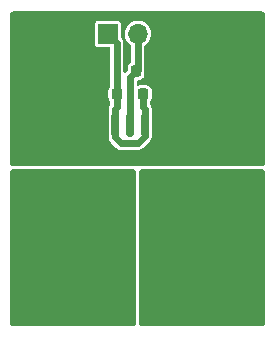
<source format=gbr>
%TF.GenerationSoftware,KiCad,Pcbnew,6.0.2+dfsg-1*%
%TF.CreationDate,2023-01-15T14:48:08-05:00*%
%TF.ProjectId,MLX91221-test,4d4c5839-3132-4323-912d-746573742e6b,rev?*%
%TF.SameCoordinates,Original*%
%TF.FileFunction,Copper,L1,Top*%
%TF.FilePolarity,Positive*%
%FSLAX46Y46*%
G04 Gerber Fmt 4.6, Leading zero omitted, Abs format (unit mm)*
G04 Created by KiCad (PCBNEW 6.0.2+dfsg-1) date 2023-01-15 14:48:08*
%MOMM*%
%LPD*%
G01*
G04 APERTURE LIST*
G04 Aperture macros list*
%AMRoundRect*
0 Rectangle with rounded corners*
0 $1 Rounding radius*
0 $2 $3 $4 $5 $6 $7 $8 $9 X,Y pos of 4 corners*
0 Add a 4 corners polygon primitive as box body*
4,1,4,$2,$3,$4,$5,$6,$7,$8,$9,$2,$3,0*
0 Add four circle primitives for the rounded corners*
1,1,$1+$1,$2,$3*
1,1,$1+$1,$4,$5*
1,1,$1+$1,$6,$7*
1,1,$1+$1,$8,$9*
0 Add four rect primitives between the rounded corners*
20,1,$1+$1,$2,$3,$4,$5,0*
20,1,$1+$1,$4,$5,$6,$7,0*
20,1,$1+$1,$6,$7,$8,$9,0*
20,1,$1+$1,$8,$9,$2,$3,0*%
G04 Aperture macros list end*
%TA.AperFunction,ComponentPad*%
%ADD10C,2.100000*%
%TD*%
%TA.AperFunction,SMDPad,CuDef*%
%ADD11RoundRect,0.225000X0.225000X0.250000X-0.225000X0.250000X-0.225000X-0.250000X0.225000X-0.250000X0*%
%TD*%
%TA.AperFunction,SMDPad,CuDef*%
%ADD12RoundRect,0.225000X-0.225000X-0.250000X0.225000X-0.250000X0.225000X0.250000X-0.225000X0.250000X0*%
%TD*%
%TA.AperFunction,ComponentPad*%
%ADD13R,1.700000X1.700000*%
%TD*%
%TA.AperFunction,ComponentPad*%
%ADD14O,1.700000X1.700000*%
%TD*%
%TA.AperFunction,SMDPad,CuDef*%
%ADD15RoundRect,0.150000X0.150000X-0.825000X0.150000X0.825000X-0.150000X0.825000X-0.150000X-0.825000X0*%
%TD*%
%TA.AperFunction,ViaPad*%
%ADD16C,0.800000*%
%TD*%
%TA.AperFunction,Conductor*%
%ADD17C,0.600000*%
%TD*%
G04 APERTURE END LIST*
D10*
%TO.P,J2,1,1*%
%TO.N,IP+*%
X56413200Y-101988900D03*
X64033200Y-101988900D03*
X64033200Y-107068900D03*
X64033200Y-104528900D03*
X56413200Y-107068900D03*
X64033200Y-99448900D03*
X56413200Y-99448900D03*
X56413200Y-104528900D03*
%TD*%
D11*
%TO.P,C1,1*%
%TO.N,/3.3V*%
X64275000Y-88900000D03*
%TO.P,C1,2*%
%TO.N,GND*%
X62725000Y-88900000D03*
%TD*%
D12*
%TO.P,C2,1*%
%TO.N,/3.3V*%
X66535000Y-88900000D03*
%TO.P,C2,2*%
%TO.N,GND*%
X68085000Y-88900000D03*
%TD*%
D10*
%TO.P,J3,1,1*%
%TO.N,IP-*%
X67843200Y-99448900D03*
X75463200Y-107068900D03*
X67843200Y-107068900D03*
X67843200Y-104528900D03*
X75463200Y-104528900D03*
X75463200Y-99448900D03*
X75463200Y-101988900D03*
X67843200Y-101988900D03*
%TD*%
D13*
%TO.P,J1,1,Pin_1*%
%TO.N,/3.3V*%
X63515000Y-83820000D03*
D14*
%TO.P,J1,2,Pin_2*%
%TO.N,/VOUT*%
X66055000Y-83820000D03*
%TO.P,J1,3,Pin_3*%
%TO.N,GND*%
X68595000Y-83820000D03*
%TD*%
D12*
%TO.P,C3,1*%
%TO.N,/VOUT*%
X65900000Y-86995000D03*
%TO.P,C3,2*%
%TO.N,GND*%
X67450000Y-86995000D03*
%TD*%
D15*
%TO.P,U1,1,IP+*%
%TO.N,IP+*%
X64135000Y-96455000D03*
%TO.P,U1,2,IP+*%
X65405000Y-96455000D03*
%TO.P,U1,3,IP-*%
%TO.N,IP-*%
X66675000Y-96455000D03*
%TO.P,U1,4,IP-*%
X67945000Y-96455000D03*
%TO.P,U1,5,VSS*%
%TO.N,GND*%
X67945000Y-91505000D03*
%TO.P,U1,6,VREF*%
%TO.N,/3.3V*%
X66675000Y-91505000D03*
%TO.P,U1,7,VOUT*%
%TO.N,/VOUT*%
X65405000Y-91505000D03*
%TO.P,U1,8,VDD*%
%TO.N,/3.3V*%
X64135000Y-91505000D03*
%TD*%
D16*
%TO.N,GND*%
X73660000Y-93980000D03*
X69850000Y-93980000D03*
X59690000Y-93980000D03*
X58420000Y-93980000D03*
X62230000Y-93980000D03*
X71120000Y-93980000D03*
X72390000Y-93980000D03*
X60960000Y-93980000D03*
%TO.N,IP+*%
X60960000Y-97155000D03*
X58420000Y-95885000D03*
X58420000Y-97155000D03*
X59690000Y-95885000D03*
X62230000Y-97155000D03*
X60960000Y-95885000D03*
X59690000Y-97155000D03*
X62230000Y-95885000D03*
%TO.N,IP-*%
X72390000Y-95885000D03*
X71120000Y-97155000D03*
X72390000Y-97155000D03*
X69850000Y-97155000D03*
X73660000Y-97155000D03*
X71120000Y-95885000D03*
X73660000Y-95885000D03*
X69850000Y-95885000D03*
%TD*%
D17*
%TO.N,/3.3V*%
X66675000Y-92456000D02*
X66675000Y-91505000D01*
X64135000Y-90170000D02*
X64275000Y-90030000D01*
X64135000Y-92583000D02*
X64643000Y-93091000D01*
X64135000Y-91505000D02*
X64135000Y-90170000D01*
X66675000Y-91505000D02*
X66675000Y-90170000D01*
X66535000Y-90030000D02*
X66535000Y-88900000D01*
X64643000Y-93091000D02*
X66040000Y-93091000D01*
X66040000Y-93091000D02*
X66675000Y-92456000D01*
X64275000Y-90030000D02*
X64275000Y-88900000D01*
X64135000Y-91505000D02*
X64135000Y-92583000D01*
X63515000Y-83820000D02*
X64275000Y-84580000D01*
X64275000Y-84580000D02*
X64275000Y-88900000D01*
X66675000Y-90170000D02*
X66535000Y-90030000D01*
%TO.N,/VOUT*%
X66055000Y-86840000D02*
X65900000Y-86995000D01*
X66055000Y-83820000D02*
X66055000Y-86840000D01*
X65900000Y-86995000D02*
X65405000Y-87490000D01*
X65405000Y-87490000D02*
X65405000Y-91505000D01*
%TD*%
%TA.AperFunction,Conductor*%
%TO.N,IP-*%
G36*
X76593171Y-95252421D02*
G01*
X76653622Y-95264446D01*
X76699042Y-95283260D01*
X76739766Y-95310471D01*
X76774529Y-95345234D01*
X76801740Y-95385958D01*
X76820554Y-95431378D01*
X76832579Y-95491829D01*
X76835000Y-95516411D01*
X76835000Y-108318589D01*
X76832579Y-108343171D01*
X76820554Y-108403622D01*
X76801740Y-108449042D01*
X76774529Y-108489766D01*
X76739766Y-108524529D01*
X76699042Y-108551740D01*
X76653622Y-108570554D01*
X76593171Y-108582579D01*
X76568589Y-108585000D01*
X66433411Y-108585000D01*
X66408829Y-108582579D01*
X66348378Y-108570554D01*
X66302958Y-108551740D01*
X66262234Y-108524529D01*
X66227471Y-108489766D01*
X66200260Y-108449042D01*
X66181446Y-108403622D01*
X66169421Y-108343171D01*
X66167000Y-108318589D01*
X66167000Y-95516411D01*
X66169421Y-95491829D01*
X66181446Y-95431378D01*
X66200260Y-95385958D01*
X66227471Y-95345234D01*
X66262234Y-95310471D01*
X66302958Y-95283260D01*
X66348378Y-95264446D01*
X66408829Y-95252421D01*
X66433411Y-95250000D01*
X76568589Y-95250000D01*
X76593171Y-95252421D01*
G37*
%TD.AperFunction*%
%TD*%
%TA.AperFunction,Conductor*%
%TO.N,GND*%
G36*
X76593171Y-81917421D02*
G01*
X76653622Y-81929446D01*
X76699042Y-81948260D01*
X76739766Y-81975471D01*
X76774529Y-82010234D01*
X76801740Y-82050958D01*
X76820554Y-82096378D01*
X76832579Y-82156829D01*
X76835000Y-82181411D01*
X76835000Y-94729589D01*
X76832579Y-94754171D01*
X76820554Y-94814622D01*
X76801740Y-94860042D01*
X76774529Y-94900766D01*
X76739766Y-94935529D01*
X76699042Y-94962740D01*
X76653622Y-94981554D01*
X76593171Y-94993579D01*
X76568589Y-94996000D01*
X55511411Y-94996000D01*
X55486829Y-94993579D01*
X55426378Y-94981554D01*
X55380958Y-94962740D01*
X55340234Y-94935529D01*
X55305471Y-94900766D01*
X55278260Y-94860042D01*
X55259446Y-94814622D01*
X55247421Y-94754171D01*
X55245000Y-94729589D01*
X55245000Y-82944933D01*
X62410500Y-82944933D01*
X62410501Y-84695066D01*
X62425266Y-84769301D01*
X62481516Y-84853484D01*
X62565699Y-84909734D01*
X62639933Y-84924500D01*
X62690509Y-84924500D01*
X63594500Y-84924499D01*
X63662621Y-84944501D01*
X63709114Y-84998157D01*
X63720500Y-85050499D01*
X63720500Y-88248075D01*
X63700498Y-88316196D01*
X63695326Y-88323641D01*
X63630465Y-88410183D01*
X63630463Y-88410186D01*
X63625083Y-88417365D01*
X63576870Y-88545976D01*
X63570500Y-88604611D01*
X63570501Y-89195388D01*
X63576870Y-89254024D01*
X63625083Y-89382635D01*
X63630463Y-89389814D01*
X63630465Y-89389817D01*
X63695326Y-89476359D01*
X63720174Y-89542866D01*
X63720500Y-89551925D01*
X63720500Y-89750293D01*
X63701586Y-89816690D01*
X63680619Y-89850506D01*
X63673896Y-89860288D01*
X63647370Y-89895235D01*
X63644209Y-89903219D01*
X63641763Y-89909396D01*
X63631700Y-89929402D01*
X63628206Y-89935037D01*
X63628202Y-89935046D01*
X63623677Y-89942344D01*
X63621281Y-89950591D01*
X63611435Y-89984480D01*
X63607593Y-89995702D01*
X63591444Y-90036490D01*
X63590546Y-90045035D01*
X63589852Y-90051633D01*
X63585541Y-90073605D01*
X63581291Y-90088235D01*
X63580500Y-90099007D01*
X63580500Y-90134005D01*
X63579810Y-90147175D01*
X63575563Y-90187581D01*
X63578737Y-90206346D01*
X63580500Y-90227348D01*
X63580500Y-92567925D01*
X63580390Y-92573201D01*
X63577772Y-92635674D01*
X63579734Y-92644039D01*
X63587788Y-92678378D01*
X63589951Y-92690051D01*
X63595905Y-92733518D01*
X63599317Y-92741402D01*
X63601953Y-92747494D01*
X63608987Y-92768763D01*
X63612463Y-92783583D01*
X63633603Y-92822037D01*
X63638818Y-92832683D01*
X63652830Y-92865063D01*
X63652832Y-92865067D01*
X63656242Y-92872946D01*
X63661646Y-92879619D01*
X63661647Y-92879621D01*
X63665821Y-92884775D01*
X63678312Y-92903363D01*
X63685652Y-92916715D01*
X63692710Y-92924891D01*
X63717453Y-92949634D01*
X63726279Y-92959435D01*
X63746444Y-92984338D01*
X63746447Y-92984341D01*
X63751850Y-92991013D01*
X63758852Y-92995989D01*
X63758853Y-92995990D01*
X63767354Y-93002031D01*
X63783461Y-93015642D01*
X64240255Y-93472437D01*
X64243907Y-93476245D01*
X64286226Y-93522266D01*
X64323505Y-93545380D01*
X64333268Y-93552089D01*
X64334604Y-93553103D01*
X64361041Y-93573170D01*
X64368234Y-93578630D01*
X64381248Y-93583782D01*
X64382394Y-93584236D01*
X64402403Y-93594299D01*
X64415344Y-93602323D01*
X64439706Y-93609401D01*
X64457476Y-93614564D01*
X64468705Y-93618409D01*
X64501502Y-93631394D01*
X64501510Y-93631396D01*
X64509489Y-93634555D01*
X64524619Y-93636145D01*
X64546604Y-93640458D01*
X64561235Y-93644709D01*
X64567819Y-93645192D01*
X64567822Y-93645193D01*
X64568521Y-93645244D01*
X64572007Y-93645500D01*
X64607013Y-93645500D01*
X64620183Y-93646190D01*
X64660580Y-93650436D01*
X64669047Y-93649004D01*
X64669048Y-93649004D01*
X64679335Y-93647264D01*
X64700347Y-93645500D01*
X66024925Y-93645500D01*
X66030201Y-93645610D01*
X66092674Y-93648228D01*
X66115535Y-93642866D01*
X66135378Y-93638212D01*
X66147051Y-93636049D01*
X66162754Y-93633898D01*
X66190518Y-93630095D01*
X66204493Y-93624047D01*
X66225763Y-93617013D01*
X66232222Y-93615498D01*
X66240583Y-93613537D01*
X66279037Y-93592397D01*
X66289683Y-93587182D01*
X66322063Y-93573170D01*
X66322067Y-93573168D01*
X66329946Y-93569758D01*
X66341775Y-93560179D01*
X66360363Y-93547688D01*
X66373715Y-93540348D01*
X66379245Y-93535574D01*
X66380140Y-93534802D01*
X66380147Y-93534796D01*
X66381891Y-93533290D01*
X66406634Y-93508547D01*
X66416435Y-93499721D01*
X66441338Y-93479556D01*
X66441341Y-93479553D01*
X66448013Y-93474150D01*
X66459038Y-93458636D01*
X66472645Y-93442536D01*
X67056413Y-92858768D01*
X67060221Y-92855115D01*
X67099948Y-92818584D01*
X67099949Y-92818583D01*
X67106266Y-92812774D01*
X67124366Y-92783583D01*
X67129381Y-92775494D01*
X67136104Y-92765712D01*
X67157438Y-92737605D01*
X67162630Y-92730765D01*
X67168237Y-92716604D01*
X67178300Y-92696598D01*
X67181794Y-92690963D01*
X67181798Y-92690954D01*
X67186323Y-92683656D01*
X67198565Y-92641520D01*
X67202409Y-92630293D01*
X67203677Y-92627091D01*
X67218556Y-92589510D01*
X67220148Y-92574367D01*
X67224459Y-92552394D01*
X67226867Y-92544104D01*
X67228709Y-92537765D01*
X67229500Y-92526993D01*
X67229500Y-92491995D01*
X67230190Y-92478824D01*
X67233539Y-92446963D01*
X67234437Y-92438419D01*
X67231263Y-92419654D01*
X67229500Y-92398652D01*
X67229500Y-90185075D01*
X67229610Y-90179799D01*
X67231252Y-90140611D01*
X67232228Y-90117326D01*
X67225405Y-90088235D01*
X67222212Y-90074622D01*
X67220049Y-90062949D01*
X67215261Y-90027995D01*
X67214095Y-90019482D01*
X67208047Y-90005506D01*
X67201013Y-89984237D01*
X67199498Y-89977778D01*
X67197537Y-89969417D01*
X67176397Y-89930963D01*
X67171182Y-89920317D01*
X67157170Y-89887937D01*
X67157168Y-89887933D01*
X67153758Y-89880054D01*
X67144179Y-89868225D01*
X67131688Y-89849637D01*
X67124348Y-89836285D01*
X67120028Y-89831280D01*
X67116260Y-89825859D01*
X67117286Y-89825146D01*
X67090750Y-89766760D01*
X67089500Y-89749055D01*
X67089500Y-89551925D01*
X67109502Y-89483804D01*
X67114674Y-89476359D01*
X67179535Y-89389817D01*
X67179537Y-89389814D01*
X67184917Y-89382635D01*
X67233130Y-89254024D01*
X67239500Y-89195389D01*
X67239499Y-88604612D01*
X67233130Y-88545976D01*
X67184917Y-88417365D01*
X67179537Y-88410186D01*
X67179535Y-88410183D01*
X67107923Y-88314633D01*
X67102544Y-88307456D01*
X67089500Y-88297680D01*
X66999817Y-88230465D01*
X66999814Y-88230463D01*
X66992635Y-88225083D01*
X66940271Y-88205453D01*
X66871419Y-88179642D01*
X66871418Y-88179642D01*
X66864024Y-88176870D01*
X66856174Y-88176017D01*
X66856173Y-88176017D01*
X66808786Y-88170869D01*
X66808785Y-88170869D01*
X66805389Y-88170500D01*
X66535080Y-88170500D01*
X66264612Y-88170501D01*
X66261218Y-88170870D01*
X66261212Y-88170870D01*
X66213834Y-88176016D01*
X66213830Y-88176017D01*
X66205976Y-88176870D01*
X66198576Y-88179644D01*
X66198572Y-88179645D01*
X66129728Y-88205453D01*
X66058921Y-88210636D01*
X65996553Y-88176714D01*
X65962424Y-88114459D01*
X65959500Y-88087471D01*
X65959500Y-87850499D01*
X65979502Y-87782378D01*
X66033158Y-87735885D01*
X66085500Y-87724499D01*
X66170388Y-87724499D01*
X66173782Y-87724130D01*
X66173788Y-87724130D01*
X66221166Y-87718984D01*
X66221170Y-87718983D01*
X66229024Y-87718130D01*
X66357635Y-87669917D01*
X66364814Y-87664537D01*
X66364817Y-87664535D01*
X66460367Y-87592923D01*
X66467544Y-87587544D01*
X66472923Y-87580367D01*
X66544535Y-87484817D01*
X66544537Y-87484814D01*
X66549917Y-87477635D01*
X66598130Y-87349024D01*
X66604500Y-87290389D01*
X66604499Y-86952508D01*
X66606491Y-86930194D01*
X66606867Y-86928105D01*
X66608709Y-86921765D01*
X66609500Y-86910993D01*
X66609500Y-86875995D01*
X66610190Y-86862824D01*
X66613539Y-86830963D01*
X66614437Y-86822419D01*
X66611263Y-86803654D01*
X66609500Y-86782652D01*
X66609500Y-84849313D01*
X66629502Y-84781192D01*
X66673937Y-84739377D01*
X66678234Y-84736971D01*
X66678236Y-84736969D01*
X66683276Y-84734147D01*
X66839345Y-84604345D01*
X66896463Y-84535669D01*
X66965453Y-84452718D01*
X66965455Y-84452715D01*
X66969147Y-84448276D01*
X67068334Y-84271165D01*
X67070190Y-84265698D01*
X67070192Y-84265693D01*
X67131728Y-84084414D01*
X67131729Y-84084409D01*
X67133584Y-84078945D01*
X67134412Y-84073236D01*
X67134413Y-84073231D01*
X67162179Y-83881727D01*
X67162712Y-83878053D01*
X67164232Y-83820000D01*
X67145658Y-83617859D01*
X67144090Y-83612299D01*
X67092125Y-83428046D01*
X67092124Y-83428044D01*
X67090557Y-83422487D01*
X67079978Y-83401033D01*
X67003331Y-83245609D01*
X67000776Y-83240428D01*
X66879320Y-83077779D01*
X66730258Y-82939987D01*
X66725375Y-82936906D01*
X66725371Y-82936903D01*
X66563464Y-82834748D01*
X66558581Y-82831667D01*
X66370039Y-82756446D01*
X66364379Y-82755320D01*
X66364375Y-82755319D01*
X66176613Y-82717971D01*
X66176610Y-82717971D01*
X66170946Y-82716844D01*
X66165171Y-82716768D01*
X66165167Y-82716768D01*
X66063793Y-82715441D01*
X65967971Y-82714187D01*
X65962274Y-82715166D01*
X65962273Y-82715166D01*
X65874397Y-82730266D01*
X65767910Y-82748564D01*
X65577463Y-82818824D01*
X65403010Y-82922612D01*
X65398670Y-82926418D01*
X65398666Y-82926421D01*
X65254733Y-83052648D01*
X65250392Y-83056455D01*
X65124720Y-83215869D01*
X65122031Y-83220980D01*
X65122029Y-83220983D01*
X65109073Y-83245609D01*
X65030203Y-83395515D01*
X64970007Y-83589378D01*
X64946148Y-83790964D01*
X64959424Y-83993522D01*
X64960845Y-83999118D01*
X64960846Y-83999123D01*
X65004749Y-84171987D01*
X65009392Y-84190269D01*
X65011809Y-84195512D01*
X65049010Y-84276208D01*
X65094377Y-84374616D01*
X65211533Y-84540389D01*
X65356938Y-84682035D01*
X65444503Y-84740544D01*
X65490029Y-84795019D01*
X65500500Y-84845308D01*
X65500500Y-86215041D01*
X65480498Y-86283162D01*
X65441756Y-86319271D01*
X65442365Y-86320083D01*
X65332456Y-86402456D01*
X65327077Y-86409633D01*
X65255465Y-86505183D01*
X65255463Y-86505186D01*
X65250083Y-86512365D01*
X65201870Y-86640976D01*
X65195500Y-86699611D01*
X65195500Y-86863127D01*
X65175498Y-86931248D01*
X65158596Y-86952222D01*
X65044596Y-87066223D01*
X64982284Y-87100248D01*
X64911468Y-87095184D01*
X64854632Y-87052637D01*
X64829821Y-86986117D01*
X64829500Y-86977128D01*
X64829500Y-84595074D01*
X64829610Y-84589798D01*
X64831511Y-84544424D01*
X64832228Y-84527326D01*
X64822212Y-84484622D01*
X64820049Y-84472949D01*
X64815261Y-84437995D01*
X64814095Y-84429482D01*
X64808047Y-84415506D01*
X64801013Y-84394237D01*
X64799498Y-84387778D01*
X64797537Y-84379417D01*
X64776397Y-84340963D01*
X64771182Y-84330317D01*
X64757170Y-84297937D01*
X64757168Y-84297933D01*
X64753758Y-84290054D01*
X64744179Y-84278225D01*
X64731688Y-84259637D01*
X64724348Y-84246285D01*
X64717290Y-84238109D01*
X64692547Y-84213366D01*
X64683721Y-84203565D01*
X64672954Y-84190269D01*
X64658150Y-84171987D01*
X64657381Y-84171440D01*
X64623281Y-84113402D01*
X64619500Y-84082766D01*
X64619499Y-82951123D01*
X64619499Y-82944934D01*
X64604734Y-82870699D01*
X64578654Y-82831667D01*
X64555377Y-82796832D01*
X64548484Y-82786516D01*
X64464301Y-82730266D01*
X64390067Y-82715500D01*
X63515142Y-82715500D01*
X62639934Y-82715501D01*
X62604182Y-82722612D01*
X62577874Y-82727844D01*
X62577872Y-82727845D01*
X62565699Y-82730266D01*
X62555379Y-82737161D01*
X62555378Y-82737162D01*
X62494985Y-82777516D01*
X62481516Y-82786516D01*
X62425266Y-82870699D01*
X62410500Y-82944933D01*
X55245000Y-82944933D01*
X55245000Y-82181411D01*
X55247421Y-82156829D01*
X55259446Y-82096378D01*
X55278260Y-82050958D01*
X55305471Y-82010234D01*
X55340234Y-81975471D01*
X55380958Y-81948260D01*
X55426378Y-81929446D01*
X55486829Y-81917421D01*
X55511411Y-81915000D01*
X76568589Y-81915000D01*
X76593171Y-81917421D01*
G37*
%TD.AperFunction*%
%TD*%
%TA.AperFunction,Conductor*%
%TO.N,IP+*%
G36*
X65671171Y-95252421D02*
G01*
X65731622Y-95264446D01*
X65777042Y-95283260D01*
X65817766Y-95310471D01*
X65852529Y-95345234D01*
X65879740Y-95385958D01*
X65898554Y-95431378D01*
X65910579Y-95491829D01*
X65913000Y-95516411D01*
X65913000Y-108318589D01*
X65910579Y-108343171D01*
X65898554Y-108403622D01*
X65879740Y-108449042D01*
X65852529Y-108489766D01*
X65817766Y-108524529D01*
X65777042Y-108551740D01*
X65731622Y-108570554D01*
X65671171Y-108582579D01*
X65646589Y-108585000D01*
X55511411Y-108585000D01*
X55486829Y-108582579D01*
X55426378Y-108570554D01*
X55380958Y-108551740D01*
X55340234Y-108524529D01*
X55305471Y-108489766D01*
X55278260Y-108449042D01*
X55259446Y-108403622D01*
X55247421Y-108343171D01*
X55245000Y-108318589D01*
X55245000Y-95516411D01*
X55247421Y-95491829D01*
X55259446Y-95431378D01*
X55278260Y-95385958D01*
X55305471Y-95345234D01*
X55340234Y-95310471D01*
X55380958Y-95283260D01*
X55426378Y-95264446D01*
X55486829Y-95252421D01*
X55511411Y-95250000D01*
X65646589Y-95250000D01*
X65671171Y-95252421D01*
G37*
%TD.AperFunction*%
%TD*%
M02*

</source>
